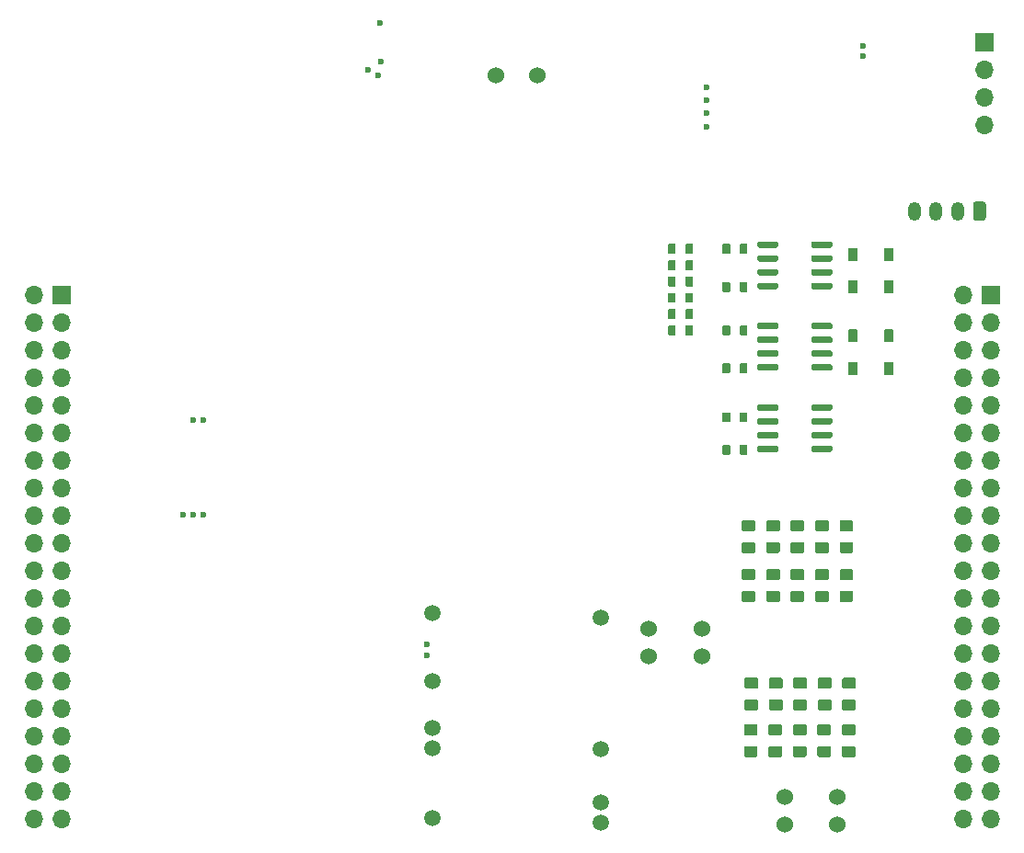
<source format=gbs>
G04 #@! TF.GenerationSoftware,KiCad,Pcbnew,8.0.7-8.0.7-0~ubuntu24.04.1*
G04 #@! TF.CreationDate,2025-01-03T15:31:29+00:00*
G04 #@! TF.ProjectId,stabildaytona,73746162-696c-4646-9179-746f6e612e6b,D*
G04 #@! TF.SameCoordinates,PX2faf080PY9896800*
G04 #@! TF.FileFunction,Soldermask,Bot*
G04 #@! TF.FilePolarity,Negative*
%FSLAX46Y46*%
G04 Gerber Fmt 4.6, Leading zero omitted, Abs format (unit mm)*
G04 Created by KiCad (PCBNEW 8.0.7-8.0.7-0~ubuntu24.04.1) date 2025-01-03 15:31:29*
%MOMM*%
%LPD*%
G01*
G04 APERTURE LIST*
%ADD10C,1.500000*%
%ADD11C,0.600000*%
%ADD12R,1.700000X1.700000*%
%ADD13O,1.700000X1.700000*%
%ADD14O,1.200000X1.750000*%
%ADD15C,1.524000*%
%ADD16C,0.599999*%
G04 APERTURE END LIST*
D10*
G04 #@! TO.C,M1*
X40125005Y3600003D03*
X40125005Y10000000D03*
X40125005Y11900003D03*
X40125005Y16200003D03*
D11*
X39675006Y18600000D03*
X39675006Y19600001D03*
D10*
X40125005Y22450003D03*
X55625002Y3150001D03*
X55625002Y5000000D03*
X55625002Y9950003D03*
X55625002Y22000001D03*
G04 #@! TD*
D12*
G04 #@! TO.C,BLUETOOTH1*
X91000000Y75040000D03*
D13*
X91000000Y72500000D03*
X91000000Y69960000D03*
X91000000Y67420000D03*
G04 #@! TD*
G04 #@! TO.C,USB1*
G36*
G01*
X91100000Y60125000D02*
X91100000Y58875000D01*
G75*
G02*
X90850000Y58625000I-250000J0D01*
G01*
X90150000Y58625000D01*
G75*
G02*
X89900000Y58875000I0J250000D01*
G01*
X89900000Y60125000D01*
G75*
G02*
X90150000Y60375000I250000J0D01*
G01*
X90850000Y60375000D01*
G75*
G02*
X91100000Y60125000I0J-250000D01*
G01*
G37*
D14*
X88500000Y59500000D03*
X86500000Y59500000D03*
X84500000Y59500000D03*
G04 #@! TD*
D11*
G04 #@! TO.C,M2*
X19074999Y31525000D03*
X18124999Y31525000D03*
X17175001Y31525000D03*
X18174999Y40225000D03*
X19074999Y40225000D03*
G04 #@! TD*
D15*
G04 #@! TO.C,F1*
X77450000Y5500000D03*
X72550000Y5500000D03*
G04 #@! TD*
D16*
G04 #@! TO.C,CAN1*
X35137499Y71956662D03*
X34262497Y72481662D03*
X35437501Y73231660D03*
X35362498Y76781661D03*
G04 #@! TD*
D15*
G04 #@! TO.C,R4*
X49810000Y72000000D03*
X46000000Y72000000D03*
G04 #@! TD*
G04 #@! TO.C,F4*
X60050000Y21000000D03*
X64950000Y21000000D03*
G04 #@! TD*
G04 #@! TO.C,F2*
X72550000Y3000000D03*
X77450000Y3000000D03*
G04 #@! TD*
G04 #@! TO.C,F3*
X60050000Y18500000D03*
X64950000Y18500000D03*
G04 #@! TD*
D11*
G04 #@! TO.C,M4*
X65350000Y69682500D03*
X65350000Y70882500D03*
X65350000Y68482500D03*
X65350000Y67282500D03*
X79775000Y73742500D03*
X79775000Y74742500D03*
G04 #@! TD*
G04 #@! TO.C,R12*
G36*
G01*
X66850000Y44610000D02*
X66850000Y45390000D01*
G75*
G02*
X66920000Y45460000I70000J0D01*
G01*
X67480000Y45460000D01*
G75*
G02*
X67550000Y45390000I0J-70000D01*
G01*
X67550000Y44610000D01*
G75*
G02*
X67480000Y44540000I-70000J0D01*
G01*
X66920000Y44540000D01*
G75*
G02*
X66850000Y44610000I0J70000D01*
G01*
G37*
G36*
G01*
X68450000Y44610000D02*
X68450000Y45390000D01*
G75*
G02*
X68520000Y45460000I70000J0D01*
G01*
X69080000Y45460000D01*
G75*
G02*
X69150000Y45390000I0J-70000D01*
G01*
X69150000Y44610000D01*
G75*
G02*
X69080000Y44540000I-70000J0D01*
G01*
X68520000Y44540000D01*
G75*
G02*
X68450000Y44610000I0J70000D01*
G01*
G37*
G04 #@! TD*
G04 #@! TO.C,C14*
G36*
G01*
X78984999Y9209999D02*
X77934999Y9209999D01*
G75*
G02*
X77834999Y9309999I0J100000D01*
G01*
X77834999Y10109999D01*
G75*
G02*
X77934999Y10209999I100000J0D01*
G01*
X78984999Y10209999D01*
G75*
G02*
X79084999Y10109999I0J-100000D01*
G01*
X79084999Y9309999D01*
G75*
G02*
X78984999Y9209999I-100000J0D01*
G01*
G37*
G36*
G01*
X78984999Y11209999D02*
X77934999Y11209999D01*
G75*
G02*
X77834999Y11309999I0J100000D01*
G01*
X77834999Y12109999D01*
G75*
G02*
X77934999Y12209999I100000J0D01*
G01*
X78984999Y12209999D01*
G75*
G02*
X79084999Y12109999I0J-100000D01*
G01*
X79084999Y11309999D01*
G75*
G02*
X78984999Y11209999I-100000J0D01*
G01*
G37*
G04 #@! TD*
G04 #@! TO.C,C21*
G36*
G01*
X73475000Y16500000D02*
X74525000Y16500000D01*
G75*
G02*
X74625000Y16400000I0J-100000D01*
G01*
X74625000Y15600000D01*
G75*
G02*
X74525000Y15500000I-100000J0D01*
G01*
X73475000Y15500000D01*
G75*
G02*
X73375000Y15600000I0J100000D01*
G01*
X73375000Y16400000D01*
G75*
G02*
X73475000Y16500000I100000J0D01*
G01*
G37*
G36*
G01*
X73475000Y14500000D02*
X74525000Y14500000D01*
G75*
G02*
X74625000Y14400000I0J-100000D01*
G01*
X74625000Y13600000D01*
G75*
G02*
X74525000Y13500000I-100000J0D01*
G01*
X73475000Y13500000D01*
G75*
G02*
X73375000Y13600000I0J100000D01*
G01*
X73375000Y14400000D01*
G75*
G02*
X73475000Y14500000I100000J0D01*
G01*
G37*
G04 #@! TD*
G04 #@! TO.C,R33*
G36*
G01*
X64150000Y50390000D02*
X64150000Y49610000D01*
G75*
G02*
X64080000Y49540000I-70000J0D01*
G01*
X63520000Y49540000D01*
G75*
G02*
X63450000Y49610000I0J70000D01*
G01*
X63450000Y50390000D01*
G75*
G02*
X63520000Y50460000I70000J0D01*
G01*
X64080000Y50460000D01*
G75*
G02*
X64150000Y50390000I0J-70000D01*
G01*
G37*
G36*
G01*
X62550000Y50390000D02*
X62550000Y49610000D01*
G75*
G02*
X62480000Y49540000I-70000J0D01*
G01*
X61920000Y49540000D01*
G75*
G02*
X61850000Y49610000I0J70000D01*
G01*
X61850000Y50390000D01*
G75*
G02*
X61920000Y50460000I70000J0D01*
G01*
X62480000Y50460000D01*
G75*
G02*
X62550000Y50390000I0J-70000D01*
G01*
G37*
G04 #@! TD*
G04 #@! TO.C,R10*
G36*
G01*
X66850000Y52110000D02*
X66850000Y52890000D01*
G75*
G02*
X66920000Y52960000I70000J0D01*
G01*
X67480000Y52960000D01*
G75*
G02*
X67550000Y52890000I0J-70000D01*
G01*
X67550000Y52110000D01*
G75*
G02*
X67480000Y52040000I-70000J0D01*
G01*
X66920000Y52040000D01*
G75*
G02*
X66850000Y52110000I0J70000D01*
G01*
G37*
G36*
G01*
X68450000Y52110000D02*
X68450000Y52890000D01*
G75*
G02*
X68520000Y52960000I70000J0D01*
G01*
X69080000Y52960000D01*
G75*
G02*
X69150000Y52890000I0J-70000D01*
G01*
X69150000Y52110000D01*
G75*
G02*
X69080000Y52040000I-70000J0D01*
G01*
X68520000Y52040000D01*
G75*
G02*
X68450000Y52110000I0J70000D01*
G01*
G37*
G04 #@! TD*
G04 #@! TO.C,C22*
G36*
G01*
X75725000Y16500000D02*
X76775000Y16500000D01*
G75*
G02*
X76875000Y16400000I0J-100000D01*
G01*
X76875000Y15600000D01*
G75*
G02*
X76775000Y15500000I-100000J0D01*
G01*
X75725000Y15500000D01*
G75*
G02*
X75625000Y15600000I0J100000D01*
G01*
X75625000Y16400000D01*
G75*
G02*
X75725000Y16500000I100000J0D01*
G01*
G37*
G36*
G01*
X75725000Y14500000D02*
X76775000Y14500000D01*
G75*
G02*
X76875000Y14400000I0J-100000D01*
G01*
X76875000Y13600000D01*
G75*
G02*
X76775000Y13500000I-100000J0D01*
G01*
X75725000Y13500000D01*
G75*
G02*
X75625000Y13600000I0J100000D01*
G01*
X75625000Y14400000D01*
G75*
G02*
X75725000Y14500000I100000J0D01*
G01*
G37*
G04 #@! TD*
G04 #@! TO.C,C6*
G36*
G01*
X68725000Y31000000D02*
X69775000Y31000000D01*
G75*
G02*
X69875000Y30900000I0J-100000D01*
G01*
X69875000Y30100000D01*
G75*
G02*
X69775000Y30000000I-100000J0D01*
G01*
X68725000Y30000000D01*
G75*
G02*
X68625000Y30100000I0J100000D01*
G01*
X68625000Y30900000D01*
G75*
G02*
X68725000Y31000000I100000J0D01*
G01*
G37*
G36*
G01*
X68725000Y29000000D02*
X69775000Y29000000D01*
G75*
G02*
X69875000Y28900000I0J-100000D01*
G01*
X69875000Y28100000D01*
G75*
G02*
X69775000Y28000000I-100000J0D01*
G01*
X68725000Y28000000D01*
G75*
G02*
X68625000Y28100000I0J100000D01*
G01*
X68625000Y28900000D01*
G75*
G02*
X68725000Y29000000I100000J0D01*
G01*
G37*
G04 #@! TD*
G04 #@! TO.C,C15*
G36*
G01*
X76734999Y9209999D02*
X75684999Y9209999D01*
G75*
G02*
X75584999Y9309999I0J100000D01*
G01*
X75584999Y10109999D01*
G75*
G02*
X75684999Y10209999I100000J0D01*
G01*
X76734999Y10209999D01*
G75*
G02*
X76834999Y10109999I0J-100000D01*
G01*
X76834999Y9309999D01*
G75*
G02*
X76734999Y9209999I-100000J0D01*
G01*
G37*
G36*
G01*
X76734999Y11209999D02*
X75684999Y11209999D01*
G75*
G02*
X75584999Y11309999I0J100000D01*
G01*
X75584999Y12109999D01*
G75*
G02*
X75684999Y12209999I100000J0D01*
G01*
X76734999Y12209999D01*
G75*
G02*
X76834999Y12109999I0J-100000D01*
G01*
X76834999Y11309999D01*
G75*
G02*
X76734999Y11209999I-100000J0D01*
G01*
G37*
G04 #@! TD*
G04 #@! TO.C,C20*
G36*
G01*
X71225000Y16500000D02*
X72275000Y16500000D01*
G75*
G02*
X72375000Y16400000I0J-100000D01*
G01*
X72375000Y15600000D01*
G75*
G02*
X72275000Y15500000I-100000J0D01*
G01*
X71225000Y15500000D01*
G75*
G02*
X71125000Y15600000I0J100000D01*
G01*
X71125000Y16400000D01*
G75*
G02*
X71225000Y16500000I100000J0D01*
G01*
G37*
G36*
G01*
X71225000Y14500000D02*
X72275000Y14500000D01*
G75*
G02*
X72375000Y14400000I0J-100000D01*
G01*
X72375000Y13600000D01*
G75*
G02*
X72275000Y13500000I-100000J0D01*
G01*
X71225000Y13500000D01*
G75*
G02*
X71125000Y13600000I0J100000D01*
G01*
X71125000Y14400000D01*
G75*
G02*
X71225000Y14500000I100000J0D01*
G01*
G37*
G04 #@! TD*
G04 #@! TO.C,C23*
G36*
G01*
X77975000Y16500000D02*
X79025000Y16500000D01*
G75*
G02*
X79125000Y16400000I0J-100000D01*
G01*
X79125000Y15600000D01*
G75*
G02*
X79025000Y15500000I-100000J0D01*
G01*
X77975000Y15500000D01*
G75*
G02*
X77875000Y15600000I0J100000D01*
G01*
X77875000Y16400000D01*
G75*
G02*
X77975000Y16500000I100000J0D01*
G01*
G37*
G36*
G01*
X77975000Y14500000D02*
X79025000Y14500000D01*
G75*
G02*
X79125000Y14400000I0J-100000D01*
G01*
X79125000Y13600000D01*
G75*
G02*
X79025000Y13500000I-100000J0D01*
G01*
X77975000Y13500000D01*
G75*
G02*
X77875000Y13600000I0J100000D01*
G01*
X77875000Y14400000D01*
G75*
G02*
X77975000Y14500000I100000J0D01*
G01*
G37*
G04 #@! TD*
G04 #@! TO.C,U6*
G36*
G01*
X70050000Y37445000D02*
X70050000Y37745000D01*
G75*
G02*
X70200000Y37895000I150000J0D01*
G01*
X71850000Y37895000D01*
G75*
G02*
X72000000Y37745000I0J-150000D01*
G01*
X72000000Y37445000D01*
G75*
G02*
X71850000Y37295000I-150000J0D01*
G01*
X70200000Y37295000D01*
G75*
G02*
X70050000Y37445000I0J150000D01*
G01*
G37*
G36*
G01*
X70050000Y38715000D02*
X70050000Y39015000D01*
G75*
G02*
X70200000Y39165000I150000J0D01*
G01*
X71850000Y39165000D01*
G75*
G02*
X72000000Y39015000I0J-150000D01*
G01*
X72000000Y38715000D01*
G75*
G02*
X71850000Y38565000I-150000J0D01*
G01*
X70200000Y38565000D01*
G75*
G02*
X70050000Y38715000I0J150000D01*
G01*
G37*
G36*
G01*
X70050000Y39985000D02*
X70050000Y40285000D01*
G75*
G02*
X70200000Y40435000I150000J0D01*
G01*
X71850000Y40435000D01*
G75*
G02*
X72000000Y40285000I0J-150000D01*
G01*
X72000000Y39985000D01*
G75*
G02*
X71850000Y39835000I-150000J0D01*
G01*
X70200000Y39835000D01*
G75*
G02*
X70050000Y39985000I0J150000D01*
G01*
G37*
G36*
G01*
X70050000Y41255000D02*
X70050000Y41555000D01*
G75*
G02*
X70200000Y41705000I150000J0D01*
G01*
X71850000Y41705000D01*
G75*
G02*
X72000000Y41555000I0J-150000D01*
G01*
X72000000Y41255000D01*
G75*
G02*
X71850000Y41105000I-150000J0D01*
G01*
X70200000Y41105000D01*
G75*
G02*
X70050000Y41255000I0J150000D01*
G01*
G37*
G36*
G01*
X75000000Y41255000D02*
X75000000Y41555000D01*
G75*
G02*
X75150000Y41705000I150000J0D01*
G01*
X76800000Y41705000D01*
G75*
G02*
X76950000Y41555000I0J-150000D01*
G01*
X76950000Y41255000D01*
G75*
G02*
X76800000Y41105000I-150000J0D01*
G01*
X75150000Y41105000D01*
G75*
G02*
X75000000Y41255000I0J150000D01*
G01*
G37*
G36*
G01*
X75000000Y39985000D02*
X75000000Y40285000D01*
G75*
G02*
X75150000Y40435000I150000J0D01*
G01*
X76800000Y40435000D01*
G75*
G02*
X76950000Y40285000I0J-150000D01*
G01*
X76950000Y39985000D01*
G75*
G02*
X76800000Y39835000I-150000J0D01*
G01*
X75150000Y39835000D01*
G75*
G02*
X75000000Y39985000I0J150000D01*
G01*
G37*
G36*
G01*
X75000000Y38715000D02*
X75000000Y39015000D01*
G75*
G02*
X75150000Y39165000I150000J0D01*
G01*
X76800000Y39165000D01*
G75*
G02*
X76950000Y39015000I0J-150000D01*
G01*
X76950000Y38715000D01*
G75*
G02*
X76800000Y38565000I-150000J0D01*
G01*
X75150000Y38565000D01*
G75*
G02*
X75000000Y38715000I0J150000D01*
G01*
G37*
G36*
G01*
X75000000Y37445000D02*
X75000000Y37745000D01*
G75*
G02*
X75150000Y37895000I150000J0D01*
G01*
X76800000Y37895000D01*
G75*
G02*
X76950000Y37745000I0J-150000D01*
G01*
X76950000Y37445000D01*
G75*
G02*
X76800000Y37295000I-150000J0D01*
G01*
X75150000Y37295000D01*
G75*
G02*
X75000000Y37445000I0J150000D01*
G01*
G37*
G04 #@! TD*
G04 #@! TO.C,R29*
G36*
G01*
X64150000Y56390000D02*
X64150000Y55610000D01*
G75*
G02*
X64080000Y55540000I-70000J0D01*
G01*
X63520000Y55540000D01*
G75*
G02*
X63450000Y55610000I0J70000D01*
G01*
X63450000Y56390000D01*
G75*
G02*
X63520000Y56460000I70000J0D01*
G01*
X64080000Y56460000D01*
G75*
G02*
X64150000Y56390000I0J-70000D01*
G01*
G37*
G36*
G01*
X62550000Y56390000D02*
X62550000Y55610000D01*
G75*
G02*
X62480000Y55540000I-70000J0D01*
G01*
X61920000Y55540000D01*
G75*
G02*
X61850000Y55610000I0J70000D01*
G01*
X61850000Y56390000D01*
G75*
G02*
X61920000Y56460000I70000J0D01*
G01*
X62480000Y56460000D01*
G75*
G02*
X62550000Y56390000I0J-70000D01*
G01*
G37*
G04 #@! TD*
G04 #@! TO.C,D5*
G36*
G01*
X82600000Y48510000D02*
X82600000Y47490000D01*
G75*
G02*
X82510000Y47400000I-90000J0D01*
G01*
X81790000Y47400000D01*
G75*
G02*
X81700000Y47490000I0J90000D01*
G01*
X81700000Y48510000D01*
G75*
G02*
X81790000Y48600000I90000J0D01*
G01*
X82510000Y48600000D01*
G75*
G02*
X82600000Y48510000I0J-90000D01*
G01*
G37*
G36*
G01*
X79300000Y48510000D02*
X79300000Y47490000D01*
G75*
G02*
X79210000Y47400000I-90000J0D01*
G01*
X78490000Y47400000D01*
G75*
G02*
X78400000Y47490000I0J90000D01*
G01*
X78400000Y48510000D01*
G75*
G02*
X78490000Y48600000I90000J0D01*
G01*
X79210000Y48600000D01*
G75*
G02*
X79300000Y48510000I0J-90000D01*
G01*
G37*
G04 #@! TD*
G04 #@! TO.C,C4*
G36*
G01*
X72025000Y23500000D02*
X70975000Y23500000D01*
G75*
G02*
X70875000Y23600000I0J100000D01*
G01*
X70875000Y24400000D01*
G75*
G02*
X70975000Y24500000I100000J0D01*
G01*
X72025000Y24500000D01*
G75*
G02*
X72125000Y24400000I0J-100000D01*
G01*
X72125000Y23600000D01*
G75*
G02*
X72025000Y23500000I-100000J0D01*
G01*
G37*
G36*
G01*
X72025000Y25500000D02*
X70975000Y25500000D01*
G75*
G02*
X70875000Y25600000I0J100000D01*
G01*
X70875000Y26400000D01*
G75*
G02*
X70975000Y26500000I100000J0D01*
G01*
X72025000Y26500000D01*
G75*
G02*
X72125000Y26400000I0J-100000D01*
G01*
X72125000Y25600000D01*
G75*
G02*
X72025000Y25500000I-100000J0D01*
G01*
G37*
G04 #@! TD*
G04 #@! TO.C,C18*
G36*
G01*
X69984999Y9209999D02*
X68934999Y9209999D01*
G75*
G02*
X68834999Y9309999I0J100000D01*
G01*
X68834999Y10109999D01*
G75*
G02*
X68934999Y10209999I100000J0D01*
G01*
X69984999Y10209999D01*
G75*
G02*
X70084999Y10109999I0J-100000D01*
G01*
X70084999Y9309999D01*
G75*
G02*
X69984999Y9209999I-100000J0D01*
G01*
G37*
G36*
G01*
X69984999Y11209999D02*
X68934999Y11209999D01*
G75*
G02*
X68834999Y11309999I0J100000D01*
G01*
X68834999Y12109999D01*
G75*
G02*
X68934999Y12209999I100000J0D01*
G01*
X69984999Y12209999D01*
G75*
G02*
X70084999Y12109999I0J-100000D01*
G01*
X70084999Y11309999D01*
G75*
G02*
X69984999Y11209999I-100000J0D01*
G01*
G37*
G04 #@! TD*
G04 #@! TO.C,R31*
G36*
G01*
X64150000Y53390000D02*
X64150000Y52610000D01*
G75*
G02*
X64080000Y52540000I-70000J0D01*
G01*
X63520000Y52540000D01*
G75*
G02*
X63450000Y52610000I0J70000D01*
G01*
X63450000Y53390000D01*
G75*
G02*
X63520000Y53460000I70000J0D01*
G01*
X64080000Y53460000D01*
G75*
G02*
X64150000Y53390000I0J-70000D01*
G01*
G37*
G36*
G01*
X62550000Y53390000D02*
X62550000Y52610000D01*
G75*
G02*
X62480000Y52540000I-70000J0D01*
G01*
X61920000Y52540000D01*
G75*
G02*
X61850000Y52610000I0J70000D01*
G01*
X61850000Y53390000D01*
G75*
G02*
X61920000Y53460000I70000J0D01*
G01*
X62480000Y53460000D01*
G75*
G02*
X62550000Y53390000I0J-70000D01*
G01*
G37*
G04 #@! TD*
G04 #@! TO.C,D4*
G36*
G01*
X82600000Y45510000D02*
X82600000Y44490000D01*
G75*
G02*
X82510000Y44400000I-90000J0D01*
G01*
X81790000Y44400000D01*
G75*
G02*
X81700000Y44490000I0J90000D01*
G01*
X81700000Y45510000D01*
G75*
G02*
X81790000Y45600000I90000J0D01*
G01*
X82510000Y45600000D01*
G75*
G02*
X82600000Y45510000I0J-90000D01*
G01*
G37*
G36*
G01*
X79300000Y45510000D02*
X79300000Y44490000D01*
G75*
G02*
X79210000Y44400000I-90000J0D01*
G01*
X78490000Y44400000D01*
G75*
G02*
X78400000Y44490000I0J90000D01*
G01*
X78400000Y45510000D01*
G75*
G02*
X78490000Y45600000I90000J0D01*
G01*
X79210000Y45600000D01*
G75*
G02*
X79300000Y45510000I0J-90000D01*
G01*
G37*
G04 #@! TD*
G04 #@! TO.C,C8*
G36*
G01*
X73225000Y31000000D02*
X74275000Y31000000D01*
G75*
G02*
X74375000Y30900000I0J-100000D01*
G01*
X74375000Y30100000D01*
G75*
G02*
X74275000Y30000000I-100000J0D01*
G01*
X73225000Y30000000D01*
G75*
G02*
X73125000Y30100000I0J100000D01*
G01*
X73125000Y30900000D01*
G75*
G02*
X73225000Y31000000I100000J0D01*
G01*
G37*
G36*
G01*
X73225000Y29000000D02*
X74275000Y29000000D01*
G75*
G02*
X74375000Y28900000I0J-100000D01*
G01*
X74375000Y28100000D01*
G75*
G02*
X74275000Y28000000I-100000J0D01*
G01*
X73225000Y28000000D01*
G75*
G02*
X73125000Y28100000I0J100000D01*
G01*
X73125000Y28900000D01*
G75*
G02*
X73225000Y29000000I100000J0D01*
G01*
G37*
G04 #@! TD*
D12*
G04 #@! TO.C,SAGSOKET1*
X91540000Y51740000D03*
D13*
X89000000Y51740000D03*
X91540000Y49200000D03*
X89000000Y49200000D03*
X91540000Y46660000D03*
X89000000Y46660000D03*
X91540000Y44120000D03*
X89000000Y44120000D03*
X91540000Y41580000D03*
X89000000Y41580000D03*
X91540000Y39040000D03*
X89000000Y39040000D03*
X91540000Y36500000D03*
X89000000Y36500000D03*
X91540000Y33960000D03*
X89000000Y33960000D03*
X91540000Y31420000D03*
X89000000Y31420000D03*
X91540000Y28880000D03*
X89000000Y28880000D03*
X91540000Y26340000D03*
X89000000Y26340000D03*
X91540000Y23800000D03*
X89000000Y23800000D03*
X91540000Y21260000D03*
X89000000Y21260000D03*
X91540000Y18720000D03*
X89000000Y18720000D03*
X91540000Y16180000D03*
X89000000Y16180000D03*
X91540000Y13640000D03*
X89000000Y13640000D03*
X91540000Y11100000D03*
X89000000Y11100000D03*
X91540000Y8560000D03*
X89000000Y8560000D03*
X91540000Y6020000D03*
X89000000Y6020000D03*
X91540000Y3480000D03*
X89000000Y3480000D03*
G04 #@! TD*
G04 #@! TO.C,U7*
G36*
G01*
X70050000Y52445000D02*
X70050000Y52745000D01*
G75*
G02*
X70200000Y52895000I150000J0D01*
G01*
X71850000Y52895000D01*
G75*
G02*
X72000000Y52745000I0J-150000D01*
G01*
X72000000Y52445000D01*
G75*
G02*
X71850000Y52295000I-150000J0D01*
G01*
X70200000Y52295000D01*
G75*
G02*
X70050000Y52445000I0J150000D01*
G01*
G37*
G36*
G01*
X70050000Y53715000D02*
X70050000Y54015000D01*
G75*
G02*
X70200000Y54165000I150000J0D01*
G01*
X71850000Y54165000D01*
G75*
G02*
X72000000Y54015000I0J-150000D01*
G01*
X72000000Y53715000D01*
G75*
G02*
X71850000Y53565000I-150000J0D01*
G01*
X70200000Y53565000D01*
G75*
G02*
X70050000Y53715000I0J150000D01*
G01*
G37*
G36*
G01*
X70050000Y54985000D02*
X70050000Y55285000D01*
G75*
G02*
X70200000Y55435000I150000J0D01*
G01*
X71850000Y55435000D01*
G75*
G02*
X72000000Y55285000I0J-150000D01*
G01*
X72000000Y54985000D01*
G75*
G02*
X71850000Y54835000I-150000J0D01*
G01*
X70200000Y54835000D01*
G75*
G02*
X70050000Y54985000I0J150000D01*
G01*
G37*
G36*
G01*
X70050000Y56255000D02*
X70050000Y56555000D01*
G75*
G02*
X70200000Y56705000I150000J0D01*
G01*
X71850000Y56705000D01*
G75*
G02*
X72000000Y56555000I0J-150000D01*
G01*
X72000000Y56255000D01*
G75*
G02*
X71850000Y56105000I-150000J0D01*
G01*
X70200000Y56105000D01*
G75*
G02*
X70050000Y56255000I0J150000D01*
G01*
G37*
G36*
G01*
X75000000Y56255000D02*
X75000000Y56555000D01*
G75*
G02*
X75150000Y56705000I150000J0D01*
G01*
X76800000Y56705000D01*
G75*
G02*
X76950000Y56555000I0J-150000D01*
G01*
X76950000Y56255000D01*
G75*
G02*
X76800000Y56105000I-150000J0D01*
G01*
X75150000Y56105000D01*
G75*
G02*
X75000000Y56255000I0J150000D01*
G01*
G37*
G36*
G01*
X75000000Y54985000D02*
X75000000Y55285000D01*
G75*
G02*
X75150000Y55435000I150000J0D01*
G01*
X76800000Y55435000D01*
G75*
G02*
X76950000Y55285000I0J-150000D01*
G01*
X76950000Y54985000D01*
G75*
G02*
X76800000Y54835000I-150000J0D01*
G01*
X75150000Y54835000D01*
G75*
G02*
X75000000Y54985000I0J150000D01*
G01*
G37*
G36*
G01*
X75000000Y53715000D02*
X75000000Y54015000D01*
G75*
G02*
X75150000Y54165000I150000J0D01*
G01*
X76800000Y54165000D01*
G75*
G02*
X76950000Y54015000I0J-150000D01*
G01*
X76950000Y53715000D01*
G75*
G02*
X76800000Y53565000I-150000J0D01*
G01*
X75150000Y53565000D01*
G75*
G02*
X75000000Y53715000I0J150000D01*
G01*
G37*
G36*
G01*
X75000000Y52445000D02*
X75000000Y52745000D01*
G75*
G02*
X75150000Y52895000I150000J0D01*
G01*
X76800000Y52895000D01*
G75*
G02*
X76950000Y52745000I0J-150000D01*
G01*
X76950000Y52445000D01*
G75*
G02*
X76800000Y52295000I-150000J0D01*
G01*
X75150000Y52295000D01*
G75*
G02*
X75000000Y52445000I0J150000D01*
G01*
G37*
G04 #@! TD*
G04 #@! TO.C,C9*
G36*
G01*
X75475000Y31000000D02*
X76525000Y31000000D01*
G75*
G02*
X76625000Y30900000I0J-100000D01*
G01*
X76625000Y30100000D01*
G75*
G02*
X76525000Y30000000I-100000J0D01*
G01*
X75475000Y30000000D01*
G75*
G02*
X75375000Y30100000I0J100000D01*
G01*
X75375000Y30900000D01*
G75*
G02*
X75475000Y31000000I100000J0D01*
G01*
G37*
G36*
G01*
X75475000Y29000000D02*
X76525000Y29000000D01*
G75*
G02*
X76625000Y28900000I0J-100000D01*
G01*
X76625000Y28100000D01*
G75*
G02*
X76525000Y28000000I-100000J0D01*
G01*
X75475000Y28000000D01*
G75*
G02*
X75375000Y28100000I0J100000D01*
G01*
X75375000Y28900000D01*
G75*
G02*
X75475000Y29000000I100000J0D01*
G01*
G37*
G04 #@! TD*
G04 #@! TO.C,R30*
G36*
G01*
X64150000Y54890000D02*
X64150000Y54110000D01*
G75*
G02*
X64080000Y54040000I-70000J0D01*
G01*
X63520000Y54040000D01*
G75*
G02*
X63450000Y54110000I0J70000D01*
G01*
X63450000Y54890000D01*
G75*
G02*
X63520000Y54960000I70000J0D01*
G01*
X64080000Y54960000D01*
G75*
G02*
X64150000Y54890000I0J-70000D01*
G01*
G37*
G36*
G01*
X62550000Y54890000D02*
X62550000Y54110000D01*
G75*
G02*
X62480000Y54040000I-70000J0D01*
G01*
X61920000Y54040000D01*
G75*
G02*
X61850000Y54110000I0J70000D01*
G01*
X61850000Y54890000D01*
G75*
G02*
X61920000Y54960000I70000J0D01*
G01*
X62480000Y54960000D01*
G75*
G02*
X62550000Y54890000I0J-70000D01*
G01*
G37*
G04 #@! TD*
G04 #@! TO.C,R15*
G36*
G01*
X69150000Y37890000D02*
X69150000Y37110000D01*
G75*
G02*
X69080000Y37040000I-70000J0D01*
G01*
X68520000Y37040000D01*
G75*
G02*
X68450000Y37110000I0J70000D01*
G01*
X68450000Y37890000D01*
G75*
G02*
X68520000Y37960000I70000J0D01*
G01*
X69080000Y37960000D01*
G75*
G02*
X69150000Y37890000I0J-70000D01*
G01*
G37*
G36*
G01*
X67550000Y37890000D02*
X67550000Y37110000D01*
G75*
G02*
X67480000Y37040000I-70000J0D01*
G01*
X66920000Y37040000D01*
G75*
G02*
X66850000Y37110000I0J70000D01*
G01*
X66850000Y37890000D01*
G75*
G02*
X66920000Y37960000I70000J0D01*
G01*
X67480000Y37960000D01*
G75*
G02*
X67550000Y37890000I0J-70000D01*
G01*
G37*
G04 #@! TD*
G04 #@! TO.C,R11*
G36*
G01*
X66850000Y55610000D02*
X66850000Y56390000D01*
G75*
G02*
X66920000Y56460000I70000J0D01*
G01*
X67480000Y56460000D01*
G75*
G02*
X67550000Y56390000I0J-70000D01*
G01*
X67550000Y55610000D01*
G75*
G02*
X67480000Y55540000I-70000J0D01*
G01*
X66920000Y55540000D01*
G75*
G02*
X66850000Y55610000I0J70000D01*
G01*
G37*
G36*
G01*
X68450000Y55610000D02*
X68450000Y56390000D01*
G75*
G02*
X68520000Y56460000I70000J0D01*
G01*
X69080000Y56460000D01*
G75*
G02*
X69150000Y56390000I0J-70000D01*
G01*
X69150000Y55610000D01*
G75*
G02*
X69080000Y55540000I-70000J0D01*
G01*
X68520000Y55540000D01*
G75*
G02*
X68450000Y55610000I0J70000D01*
G01*
G37*
G04 #@! TD*
G04 #@! TO.C,C7*
G36*
G01*
X70975000Y31000000D02*
X72025000Y31000000D01*
G75*
G02*
X72125000Y30900000I0J-100000D01*
G01*
X72125000Y30100000D01*
G75*
G02*
X72025000Y30000000I-100000J0D01*
G01*
X70975000Y30000000D01*
G75*
G02*
X70875000Y30100000I0J100000D01*
G01*
X70875000Y30900000D01*
G75*
G02*
X70975000Y31000000I100000J0D01*
G01*
G37*
G36*
G01*
X70975000Y29000000D02*
X72025000Y29000000D01*
G75*
G02*
X72125000Y28900000I0J-100000D01*
G01*
X72125000Y28100000D01*
G75*
G02*
X72025000Y28000000I-100000J0D01*
G01*
X70975000Y28000000D01*
G75*
G02*
X70875000Y28100000I0J100000D01*
G01*
X70875000Y28900000D01*
G75*
G02*
X70975000Y29000000I100000J0D01*
G01*
G37*
G04 #@! TD*
G04 #@! TO.C,R34*
G36*
G01*
X64150000Y48890000D02*
X64150000Y48110000D01*
G75*
G02*
X64080000Y48040000I-70000J0D01*
G01*
X63520000Y48040000D01*
G75*
G02*
X63450000Y48110000I0J70000D01*
G01*
X63450000Y48890000D01*
G75*
G02*
X63520000Y48960000I70000J0D01*
G01*
X64080000Y48960000D01*
G75*
G02*
X64150000Y48890000I0J-70000D01*
G01*
G37*
G36*
G01*
X62550000Y48890000D02*
X62550000Y48110000D01*
G75*
G02*
X62480000Y48040000I-70000J0D01*
G01*
X61920000Y48040000D01*
G75*
G02*
X61850000Y48110000I0J70000D01*
G01*
X61850000Y48890000D01*
G75*
G02*
X61920000Y48960000I70000J0D01*
G01*
X62480000Y48960000D01*
G75*
G02*
X62550000Y48890000I0J-70000D01*
G01*
G37*
G04 #@! TD*
G04 #@! TO.C,C5*
G36*
G01*
X69775000Y23500000D02*
X68725000Y23500000D01*
G75*
G02*
X68625000Y23600000I0J100000D01*
G01*
X68625000Y24400000D01*
G75*
G02*
X68725000Y24500000I100000J0D01*
G01*
X69775000Y24500000D01*
G75*
G02*
X69875000Y24400000I0J-100000D01*
G01*
X69875000Y23600000D01*
G75*
G02*
X69775000Y23500000I-100000J0D01*
G01*
G37*
G36*
G01*
X69775000Y25500000D02*
X68725000Y25500000D01*
G75*
G02*
X68625000Y25600000I0J100000D01*
G01*
X68625000Y26400000D01*
G75*
G02*
X68725000Y26500000I100000J0D01*
G01*
X69775000Y26500000D01*
G75*
G02*
X69875000Y26400000I0J-100000D01*
G01*
X69875000Y25600000D01*
G75*
G02*
X69775000Y25500000I-100000J0D01*
G01*
G37*
G04 #@! TD*
G04 #@! TO.C,R16*
G36*
G01*
X69150000Y40890000D02*
X69150000Y40110000D01*
G75*
G02*
X69080000Y40040000I-70000J0D01*
G01*
X68520000Y40040000D01*
G75*
G02*
X68450000Y40110000I0J70000D01*
G01*
X68450000Y40890000D01*
G75*
G02*
X68520000Y40960000I70000J0D01*
G01*
X69080000Y40960000D01*
G75*
G02*
X69150000Y40890000I0J-70000D01*
G01*
G37*
G36*
G01*
X67550000Y40890000D02*
X67550000Y40110000D01*
G75*
G02*
X67480000Y40040000I-70000J0D01*
G01*
X66920000Y40040000D01*
G75*
G02*
X66850000Y40110000I0J70000D01*
G01*
X66850000Y40890000D01*
G75*
G02*
X66920000Y40960000I70000J0D01*
G01*
X67480000Y40960000D01*
G75*
G02*
X67550000Y40890000I0J-70000D01*
G01*
G37*
G04 #@! TD*
G04 #@! TO.C,R32*
G36*
G01*
X64150000Y51890000D02*
X64150000Y51110000D01*
G75*
G02*
X64080000Y51040000I-70000J0D01*
G01*
X63520000Y51040000D01*
G75*
G02*
X63450000Y51110000I0J70000D01*
G01*
X63450000Y51890000D01*
G75*
G02*
X63520000Y51960000I70000J0D01*
G01*
X64080000Y51960000D01*
G75*
G02*
X64150000Y51890000I0J-70000D01*
G01*
G37*
G36*
G01*
X62550000Y51890000D02*
X62550000Y51110000D01*
G75*
G02*
X62480000Y51040000I-70000J0D01*
G01*
X61920000Y51040000D01*
G75*
G02*
X61850000Y51110000I0J70000D01*
G01*
X61850000Y51890000D01*
G75*
G02*
X61920000Y51960000I70000J0D01*
G01*
X62480000Y51960000D01*
G75*
G02*
X62550000Y51890000I0J-70000D01*
G01*
G37*
G04 #@! TD*
G04 #@! TO.C,C17*
G36*
G01*
X72234999Y9209999D02*
X71184999Y9209999D01*
G75*
G02*
X71084999Y9309999I0J100000D01*
G01*
X71084999Y10109999D01*
G75*
G02*
X71184999Y10209999I100000J0D01*
G01*
X72234999Y10209999D01*
G75*
G02*
X72334999Y10109999I0J-100000D01*
G01*
X72334999Y9309999D01*
G75*
G02*
X72234999Y9209999I-100000J0D01*
G01*
G37*
G36*
G01*
X72234999Y11209999D02*
X71184999Y11209999D01*
G75*
G02*
X71084999Y11309999I0J100000D01*
G01*
X71084999Y12109999D01*
G75*
G02*
X71184999Y12209999I100000J0D01*
G01*
X72234999Y12209999D01*
G75*
G02*
X72334999Y12109999I0J-100000D01*
G01*
X72334999Y11309999D01*
G75*
G02*
X72234999Y11209999I-100000J0D01*
G01*
G37*
G04 #@! TD*
G04 #@! TO.C,D2*
G36*
G01*
X82600000Y53010000D02*
X82600000Y51990000D01*
G75*
G02*
X82510000Y51900000I-90000J0D01*
G01*
X81790000Y51900000D01*
G75*
G02*
X81700000Y51990000I0J90000D01*
G01*
X81700000Y53010000D01*
G75*
G02*
X81790000Y53100000I90000J0D01*
G01*
X82510000Y53100000D01*
G75*
G02*
X82600000Y53010000I0J-90000D01*
G01*
G37*
G36*
G01*
X79300000Y53010000D02*
X79300000Y51990000D01*
G75*
G02*
X79210000Y51900000I-90000J0D01*
G01*
X78490000Y51900000D01*
G75*
G02*
X78400000Y51990000I0J90000D01*
G01*
X78400000Y53010000D01*
G75*
G02*
X78490000Y53100000I90000J0D01*
G01*
X79210000Y53100000D01*
G75*
G02*
X79300000Y53010000I0J-90000D01*
G01*
G37*
G04 #@! TD*
G04 #@! TO.C,C2*
G36*
G01*
X76525000Y23500000D02*
X75475000Y23500000D01*
G75*
G02*
X75375000Y23600000I0J100000D01*
G01*
X75375000Y24400000D01*
G75*
G02*
X75475000Y24500000I100000J0D01*
G01*
X76525000Y24500000D01*
G75*
G02*
X76625000Y24400000I0J-100000D01*
G01*
X76625000Y23600000D01*
G75*
G02*
X76525000Y23500000I-100000J0D01*
G01*
G37*
G36*
G01*
X76525000Y25500000D02*
X75475000Y25500000D01*
G75*
G02*
X75375000Y25600000I0J100000D01*
G01*
X75375000Y26400000D01*
G75*
G02*
X75475000Y26500000I100000J0D01*
G01*
X76525000Y26500000D01*
G75*
G02*
X76625000Y26400000I0J-100000D01*
G01*
X76625000Y25600000D01*
G75*
G02*
X76525000Y25500000I-100000J0D01*
G01*
G37*
G04 #@! TD*
G04 #@! TO.C,C10*
G36*
G01*
X77725000Y31000000D02*
X78775000Y31000000D01*
G75*
G02*
X78875000Y30900000I0J-100000D01*
G01*
X78875000Y30100000D01*
G75*
G02*
X78775000Y30000000I-100000J0D01*
G01*
X77725000Y30000000D01*
G75*
G02*
X77625000Y30100000I0J100000D01*
G01*
X77625000Y30900000D01*
G75*
G02*
X77725000Y31000000I100000J0D01*
G01*
G37*
G36*
G01*
X77725000Y29000000D02*
X78775000Y29000000D01*
G75*
G02*
X78875000Y28900000I0J-100000D01*
G01*
X78875000Y28100000D01*
G75*
G02*
X78775000Y28000000I-100000J0D01*
G01*
X77725000Y28000000D01*
G75*
G02*
X77625000Y28100000I0J100000D01*
G01*
X77625000Y28900000D01*
G75*
G02*
X77725000Y29000000I100000J0D01*
G01*
G37*
G04 #@! TD*
G04 #@! TO.C,U8*
G36*
G01*
X70050000Y44945000D02*
X70050000Y45245000D01*
G75*
G02*
X70200000Y45395000I150000J0D01*
G01*
X71850000Y45395000D01*
G75*
G02*
X72000000Y45245000I0J-150000D01*
G01*
X72000000Y44945000D01*
G75*
G02*
X71850000Y44795000I-150000J0D01*
G01*
X70200000Y44795000D01*
G75*
G02*
X70050000Y44945000I0J150000D01*
G01*
G37*
G36*
G01*
X70050000Y46215000D02*
X70050000Y46515000D01*
G75*
G02*
X70200000Y46665000I150000J0D01*
G01*
X71850000Y46665000D01*
G75*
G02*
X72000000Y46515000I0J-150000D01*
G01*
X72000000Y46215000D01*
G75*
G02*
X71850000Y46065000I-150000J0D01*
G01*
X70200000Y46065000D01*
G75*
G02*
X70050000Y46215000I0J150000D01*
G01*
G37*
G36*
G01*
X70050000Y47485000D02*
X70050000Y47785000D01*
G75*
G02*
X70200000Y47935000I150000J0D01*
G01*
X71850000Y47935000D01*
G75*
G02*
X72000000Y47785000I0J-150000D01*
G01*
X72000000Y47485000D01*
G75*
G02*
X71850000Y47335000I-150000J0D01*
G01*
X70200000Y47335000D01*
G75*
G02*
X70050000Y47485000I0J150000D01*
G01*
G37*
G36*
G01*
X70050000Y48755000D02*
X70050000Y49055000D01*
G75*
G02*
X70200000Y49205000I150000J0D01*
G01*
X71850000Y49205000D01*
G75*
G02*
X72000000Y49055000I0J-150000D01*
G01*
X72000000Y48755000D01*
G75*
G02*
X71850000Y48605000I-150000J0D01*
G01*
X70200000Y48605000D01*
G75*
G02*
X70050000Y48755000I0J150000D01*
G01*
G37*
G36*
G01*
X75000000Y48755000D02*
X75000000Y49055000D01*
G75*
G02*
X75150000Y49205000I150000J0D01*
G01*
X76800000Y49205000D01*
G75*
G02*
X76950000Y49055000I0J-150000D01*
G01*
X76950000Y48755000D01*
G75*
G02*
X76800000Y48605000I-150000J0D01*
G01*
X75150000Y48605000D01*
G75*
G02*
X75000000Y48755000I0J150000D01*
G01*
G37*
G36*
G01*
X75000000Y47485000D02*
X75000000Y47785000D01*
G75*
G02*
X75150000Y47935000I150000J0D01*
G01*
X76800000Y47935000D01*
G75*
G02*
X76950000Y47785000I0J-150000D01*
G01*
X76950000Y47485000D01*
G75*
G02*
X76800000Y47335000I-150000J0D01*
G01*
X75150000Y47335000D01*
G75*
G02*
X75000000Y47485000I0J150000D01*
G01*
G37*
G36*
G01*
X75000000Y46215000D02*
X75000000Y46515000D01*
G75*
G02*
X75150000Y46665000I150000J0D01*
G01*
X76800000Y46665000D01*
G75*
G02*
X76950000Y46515000I0J-150000D01*
G01*
X76950000Y46215000D01*
G75*
G02*
X76800000Y46065000I-150000J0D01*
G01*
X75150000Y46065000D01*
G75*
G02*
X75000000Y46215000I0J150000D01*
G01*
G37*
G36*
G01*
X75000000Y44945000D02*
X75000000Y45245000D01*
G75*
G02*
X75150000Y45395000I150000J0D01*
G01*
X76800000Y45395000D01*
G75*
G02*
X76950000Y45245000I0J-150000D01*
G01*
X76950000Y44945000D01*
G75*
G02*
X76800000Y44795000I-150000J0D01*
G01*
X75150000Y44795000D01*
G75*
G02*
X75000000Y44945000I0J150000D01*
G01*
G37*
G04 #@! TD*
G04 #@! TO.C,C19*
G36*
G01*
X68975000Y16500000D02*
X70025000Y16500000D01*
G75*
G02*
X70125000Y16400000I0J-100000D01*
G01*
X70125000Y15600000D01*
G75*
G02*
X70025000Y15500000I-100000J0D01*
G01*
X68975000Y15500000D01*
G75*
G02*
X68875000Y15600000I0J100000D01*
G01*
X68875000Y16400000D01*
G75*
G02*
X68975000Y16500000I100000J0D01*
G01*
G37*
G36*
G01*
X68975000Y14500000D02*
X70025000Y14500000D01*
G75*
G02*
X70125000Y14400000I0J-100000D01*
G01*
X70125000Y13600000D01*
G75*
G02*
X70025000Y13500000I-100000J0D01*
G01*
X68975000Y13500000D01*
G75*
G02*
X68875000Y13600000I0J100000D01*
G01*
X68875000Y14400000D01*
G75*
G02*
X68975000Y14500000I100000J0D01*
G01*
G37*
G04 #@! TD*
G04 #@! TO.C,C16*
G36*
G01*
X74484999Y9209999D02*
X73434999Y9209999D01*
G75*
G02*
X73334999Y9309999I0J100000D01*
G01*
X73334999Y10109999D01*
G75*
G02*
X73434999Y10209999I100000J0D01*
G01*
X74484999Y10209999D01*
G75*
G02*
X74584999Y10109999I0J-100000D01*
G01*
X74584999Y9309999D01*
G75*
G02*
X74484999Y9209999I-100000J0D01*
G01*
G37*
G36*
G01*
X74484999Y11209999D02*
X73434999Y11209999D01*
G75*
G02*
X73334999Y11309999I0J100000D01*
G01*
X73334999Y12109999D01*
G75*
G02*
X73434999Y12209999I100000J0D01*
G01*
X74484999Y12209999D01*
G75*
G02*
X74584999Y12109999I0J-100000D01*
G01*
X74584999Y11309999D01*
G75*
G02*
X74484999Y11209999I-100000J0D01*
G01*
G37*
G04 #@! TD*
G04 #@! TO.C,D3*
G36*
G01*
X82600000Y56010000D02*
X82600000Y54990000D01*
G75*
G02*
X82510000Y54900000I-90000J0D01*
G01*
X81790000Y54900000D01*
G75*
G02*
X81700000Y54990000I0J90000D01*
G01*
X81700000Y56010000D01*
G75*
G02*
X81790000Y56100000I90000J0D01*
G01*
X82510000Y56100000D01*
G75*
G02*
X82600000Y56010000I0J-90000D01*
G01*
G37*
G36*
G01*
X79300000Y56010000D02*
X79300000Y54990000D01*
G75*
G02*
X79210000Y54900000I-90000J0D01*
G01*
X78490000Y54900000D01*
G75*
G02*
X78400000Y54990000I0J90000D01*
G01*
X78400000Y56010000D01*
G75*
G02*
X78490000Y56100000I90000J0D01*
G01*
X79210000Y56100000D01*
G75*
G02*
X79300000Y56010000I0J-90000D01*
G01*
G37*
G04 #@! TD*
G04 #@! TO.C,C3*
G36*
G01*
X74275000Y23500000D02*
X73225000Y23500000D01*
G75*
G02*
X73125000Y23600000I0J100000D01*
G01*
X73125000Y24400000D01*
G75*
G02*
X73225000Y24500000I100000J0D01*
G01*
X74275000Y24500000D01*
G75*
G02*
X74375000Y24400000I0J-100000D01*
G01*
X74375000Y23600000D01*
G75*
G02*
X74275000Y23500000I-100000J0D01*
G01*
G37*
G36*
G01*
X74275000Y25500000D02*
X73225000Y25500000D01*
G75*
G02*
X73125000Y25600000I0J100000D01*
G01*
X73125000Y26400000D01*
G75*
G02*
X73225000Y26500000I100000J0D01*
G01*
X74275000Y26500000D01*
G75*
G02*
X74375000Y26400000I0J-100000D01*
G01*
X74375000Y25600000D01*
G75*
G02*
X74275000Y25500000I-100000J0D01*
G01*
G37*
G04 #@! TD*
D12*
G04 #@! TO.C,SOLSOKET1*
X6000000Y51780000D03*
D13*
X3460000Y51780000D03*
X6000000Y49240000D03*
X3460000Y49240000D03*
X6000000Y46700000D03*
X3460000Y46700000D03*
X6000000Y44160000D03*
X3460000Y44160000D03*
X6000000Y41620000D03*
X3460000Y41620000D03*
X6000000Y39080000D03*
X3460000Y39080000D03*
X6000000Y36540000D03*
X3460000Y36540000D03*
X6000000Y34000000D03*
X3460000Y34000000D03*
X6000000Y31460000D03*
X3460000Y31460000D03*
X6000000Y28920000D03*
X3460000Y28920000D03*
X6000000Y26380000D03*
X3460000Y26380000D03*
X6000000Y23840000D03*
X3460000Y23840000D03*
X6000000Y21300000D03*
X3460000Y21300000D03*
X6000000Y18760000D03*
X3460000Y18760000D03*
X6000000Y16220000D03*
X3460000Y16220000D03*
X6000000Y13680000D03*
X3460000Y13680000D03*
X6000000Y11140000D03*
X3460000Y11140000D03*
X6000000Y8600000D03*
X3460000Y8600000D03*
X6000000Y6060000D03*
X3460000Y6060000D03*
X6000000Y3520000D03*
X3460000Y3520000D03*
G04 #@! TD*
G04 #@! TO.C,R13*
G36*
G01*
X66850000Y48110000D02*
X66850000Y48890000D01*
G75*
G02*
X66920000Y48960000I70000J0D01*
G01*
X67480000Y48960000D01*
G75*
G02*
X67550000Y48890000I0J-70000D01*
G01*
X67550000Y48110000D01*
G75*
G02*
X67480000Y48040000I-70000J0D01*
G01*
X66920000Y48040000D01*
G75*
G02*
X66850000Y48110000I0J70000D01*
G01*
G37*
G36*
G01*
X68450000Y48110000D02*
X68450000Y48890000D01*
G75*
G02*
X68520000Y48960000I70000J0D01*
G01*
X69080000Y48960000D01*
G75*
G02*
X69150000Y48890000I0J-70000D01*
G01*
X69150000Y48110000D01*
G75*
G02*
X69080000Y48040000I-70000J0D01*
G01*
X68520000Y48040000D01*
G75*
G02*
X68450000Y48110000I0J70000D01*
G01*
G37*
G04 #@! TD*
G04 #@! TO.C,C1*
G36*
G01*
X78775000Y23500000D02*
X77725000Y23500000D01*
G75*
G02*
X77625000Y23600000I0J100000D01*
G01*
X77625000Y24400000D01*
G75*
G02*
X77725000Y24500000I100000J0D01*
G01*
X78775000Y24500000D01*
G75*
G02*
X78875000Y24400000I0J-100000D01*
G01*
X78875000Y23600000D01*
G75*
G02*
X78775000Y23500000I-100000J0D01*
G01*
G37*
G36*
G01*
X78775000Y25500000D02*
X77725000Y25500000D01*
G75*
G02*
X77625000Y25600000I0J100000D01*
G01*
X77625000Y26400000D01*
G75*
G02*
X77725000Y26500000I100000J0D01*
G01*
X78775000Y26500000D01*
G75*
G02*
X78875000Y26400000I0J-100000D01*
G01*
X78875000Y25600000D01*
G75*
G02*
X78775000Y25500000I-100000J0D01*
G01*
G37*
G04 #@! TD*
M02*

</source>
